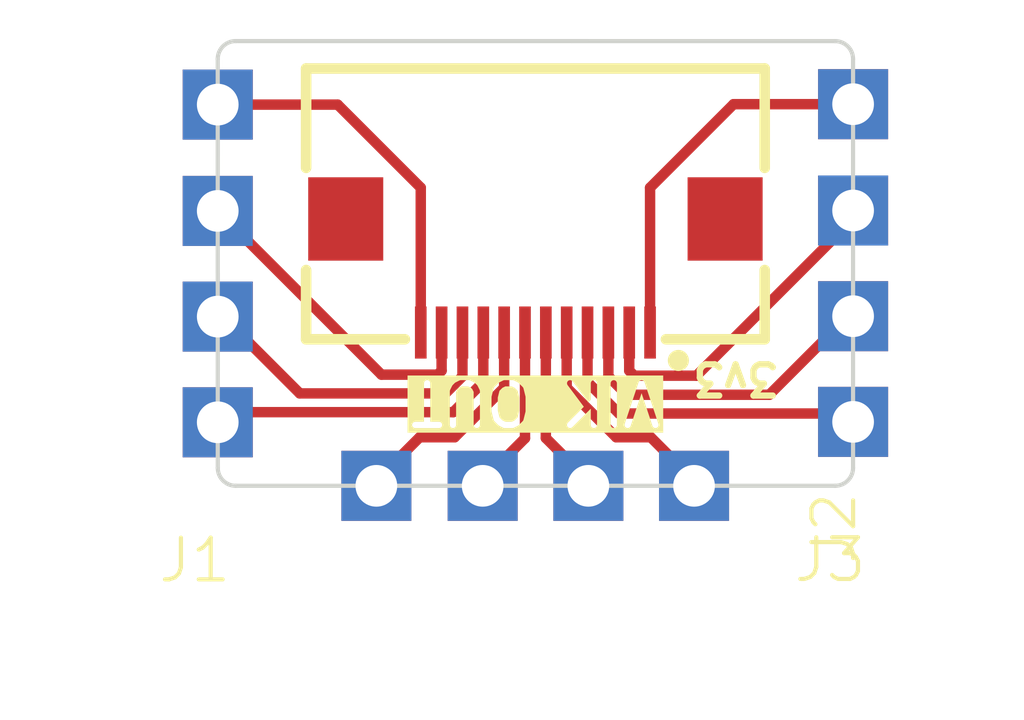
<source format=kicad_pcb>
(kicad_pcb (version 20240108) (generator "pcbnew") (generator_version "8.0")
  (layers (0 "F.Cu" signal) (31 "B.Cu" signal) (34 "B.Paste" user) (35 "F.Paste" user) (36 "B.SilkS" user "B.Silkscreen") (37 "F.SilkS" user "F.Silkscreen") (38 "B.Mask" user) (39 "F.Mask" user) (44 "Edge.Cuts" user))
  (net 0 "")
  (net 1 "SCLK")
  (net 2 "MISO")
  (net 3 "SPI_CS")
  (net 4 "GP_AD2")
  (net 5 "MOSI")
  (net 6 "GP_AD1")
  (net 7 "+5V")
  (net 8 "RGB_DO")
  (net 9 "+3V3")
  (net 10 "GND")
  (net 11 "SDA")
  (net 12 "SCL")
  (footprint "vik:Castellated2.54.01x04" (layer "F.Cu") (at 162.555 102.658 90)
    (property "Reference" "J2" (at -0.466 -0.4522 90) (layer "F.SilkS") (effects (font (thickness 0.1))))
    (property "Value" "Conn_01x04")
    (pad "1" thru_hole rect (at 0.55 -11.43 90) (size 1.68 1.68) (drill 1) (layers "*.Cu" "*.Mask") (net 5 "MOSI"))
    (pad "2" thru_hole rect (at 0.55 -8.88 90) (size 1.68 1.68) (drill 1) (layers "*.Cu" "*.Mask") (net 6 "GP_AD1"))
    (pad "3" thru_hole rect (at 0.55 -6.345 90) (size 1.68 1.68) (drill 1) (layers "*.Cu" "*.Mask") (net 7 "+5V"))
    (pad "4" thru_hole rect (at 0.55 -3.81 90) (size 1.68 1.68) (drill 1) (layers "*.Cu" "*.Mask") (net 8 "RGB_DO"))
  )
  (footprint "vik:vik-keyboard-connector-horizontal" (layer "F.Cu") (at 154.94 96.393 180)
    (property "Reference" "J4" (hide yes))
    (property "Value" "~")
    (fp_line (start 5.5 4.295) (end 5.5 1.912) (stroke (width 0.254)) (layer "F.SilkS"))
    (fp_line (start 5.5 4.295) (end -5.5 4.295) (stroke (width 0.254)) (layer "F.SilkS"))
    (fp_line (start 5.5 -0.539) (end 5.5 -2.2) (stroke (width 0.254)) (layer "F.SilkS"))
    (fp_line (start 5.5 -2.2) (end 3.131 -2.2) (stroke (width 0.254)) (layer "F.SilkS"))
    (fp_line (start -5.5 4.295) (end -5.5 1.912) (stroke (width 0.254)) (layer "F.SilkS"))
    (fp_line (start -5.5 -0.539) (end -5.5 -2.2) (stroke (width 0.254)) (layer "F.SilkS"))
    (fp_line (start -5.5 -2.2) (end -3.131 -2.2) (stroke (width 0.254)) (layer "F.SilkS"))
    (fp_circle (center -3.429 -2.708) (end -3.302 -2.708) (stroke (width 0.254)) (fill none) (layer "F.SilkS"))
    (fp_text user "VIK OUT" (at -3.0734 -3.1242 180) (layer "F.SilkS" knockout) (effects (justify left bottom)))
    (fp_text user "3v3" (at -5.9 -2.7 180) (layer "F.SilkS") (effects (font (size 0.75 0.75)) (justify left bottom)))
    (pad "1" smd rect (at -2.75 -2.038 180) (size 0.28 1.25) (layers "F.Cu" "F.Paste" "F.Mask") (net 9 "+3V3"))
    (pad "2" smd rect (at -2.25 -2.038 180) (size 0.28 1.25) (layers "F.Cu" "F.Paste" "F.Mask") (net 10 "GND"))
    (pad "3" smd rect (at -1.75 -2.038 180) (size 0.28 1.25) (layers "F.Cu" "F.Paste" "F.Mask") (net 11 "SDA"))
    (pad "4" smd rect (at -1.25 -2.038 180) (size 0.28 1.25) (layers "F.Cu" "F.Paste" "F.Mask") (net 12 "SCL"))
    (pad "5" smd rect (at -0.75 -2.038 180) (size 0.28 1.25) (layers "F.Cu" "F.Paste" "F.Mask") (net 8 "RGB_DO"))
    (pad "6" smd rect (at -0.25 -2.038 180) (size 0.28 1.25) (layers "F.Cu" "F.Paste" "F.Mask") (net 7 "+5V"))
    (pad "7" smd rect (at 0.25 -2.038 180) (size 0.28 1.25) (layers "F.Cu" "F.Paste" "F.Mask") (net 6 "GP_AD1"))
    (pad "8" smd rect (at 0.75 -2.038 180) (size 0.28 1.25) (layers "F.Cu" "F.Paste" "F.Mask") (net 5 "MOSI"))
    (pad "9" smd rect (at 1.25 -2.038 180) (size 0.28 1.25) (layers "F.Cu" "F.Paste" "F.Mask") (net 4 "GP_AD2"))
    (pad "10" smd rect (at 1.75 -2.038 180) (size 0.28 1.25) (layers "F.Cu" "F.Paste" "F.Mask") (net 3 "SPI_CS"))
    (pad "11" smd rect (at 2.25 -2.038 180) (size 0.28 1.25) (layers "F.Cu" "F.Paste" "F.Mask") (net 2 "MISO"))
    (pad "12" smd rect (at 2.75 -2.038 180) (size 0.28 1.25) (layers "F.Cu" "F.Paste" "F.Mask") (net 1 "SCLK"))
    (pad "13" smd rect (at 4.55 0.686 180) (size 1.8 2) (layers "F.Cu" "F.Paste" "F.Mask"))
    (pad "14" smd rect (at -4.55 0.686 180) (size 1.8 2) (layers "F.Cu" "F.Paste" "F.Mask"))
  )
  (footprint "vik:Castellated2.54.01x04" (layer "F.Cu") (at 162.01 104.384)
    (property "Reference" "J3" (at 0 -0.5 0) (layer "F.SilkS") (effects (font (thickness 0.1))))
    (property "Value" "Conn_01x04")
    (pad "1" thru_hole rect (at 0.55 -11.43) (size 1.68 1.68) (drill 1) (layers "*.Cu" "*.Mask") (net 9 "+3V3"))
    (pad "2" thru_hole rect (at 0.55 -8.88) (size 1.68 1.68) (drill 1) (layers "*.Cu" "*.Mask") (net 10 "GND"))
    (pad "3" thru_hole rect (at 0.55 -6.345) (size 1.68 1.68) (drill 1) (layers "*.Cu" "*.Mask") (net 11 "SDA"))
    (pad "4" thru_hole rect (at 0.55 -3.81) (size 1.68 1.68) (drill 1) (layers "*.Cu" "*.Mask") (net 12 "SCL"))
  )
  (footprint "vik:Castellated2.54.01x04" (layer "F.Cu") (at 146.77 104.394)
    (property "Reference" "J1" (at 0 -0.5 0) (layer "F.SilkS") (effects (font (thickness 0.1))))
    (property "Value" "Conn_01x04")
    (pad "1" thru_hole rect (at 0.55 -11.43) (size 1.68 1.68) (drill 1) (layers "*.Cu" "*.Mask") (net 1 "SCLK"))
    (pad "2" thru_hole rect (at 0.55 -8.88) (size 1.68 1.68) (drill 1) (layers "*.Cu" "*.Mask") (net 2 "MISO"))
    (pad "3" thru_hole rect (at 0.55 -6.345) (size 1.68 1.68) (drill 1) (layers "*.Cu" "*.Mask") (net 3 "SPI_CS"))
    (pad "4" thru_hole rect (at 0.55 -3.81) (size 1.68 1.68) (drill 1) (layers "*.Cu" "*.Mask") (net 4 "GP_AD2"))
  )
  (gr_arc (start 147.32 91.870116) (mid 147.445978 91.565978) (end 147.750116 91.44) (stroke (width 0.1)) (layer "Edge.Cuts"))
  (gr_arc (start 147.751138 102.106978) (mid 147.447 101.981) (end 147.321022 101.676862) (stroke (width 0.1)) (layer "Edge.Cuts"))
  (gr_arc (start 162.558978 101.676862) (mid 162.433 101.981) (end 162.128862 102.106978) (stroke (width 0.1)) (layer "Edge.Cuts"))
  (gr_line (start 162.128862 91.441022) (end 147.750116 91.44) (stroke (width 0.1)) (layer "Edge.Cuts"))
  (gr_arc (start 162.128862 91.441022) (mid 162.433 91.567) (end 162.558978 91.871138) (stroke (width 0.1)) (layer "Edge.Cuts"))
  (gr_line (start 147.32 91.870116) (end 147.321022 101.676862) (stroke (width 0.1)) (layer "Edge.Cuts"))
  (gr_line (start 147.751138 102.106978) (end 162.128862 102.106978) (stroke (width 0.1)) (layer "Edge.Cuts"))
  (gr_line (start 162.558978 101.676862) (end 162.558978 91.871138) (stroke (width 0.1)) (layer "Edge.Cuts"))
  (segment (start 150.197 92.964) (end 147.445114 92.964) (width 0.25) (layer "F.Cu") (net 1))
  (segment (start 152.19 94.957) (end 150.197 92.964) (width 0.25) (layer "F.Cu") (net 1))
  (segment (start 152.19 98.431) (end 152.19 94.957) (width 0.25) (layer "F.Cu") (net 1))
  (segment (start 152.595 99.441) (end 151.247 99.441) (width 0.25) (layer "F.Cu") (net 2))
  (segment (start 152.69 98.431) (end 152.69 99.346) (width 0.25) (layer "F.Cu") (net 2))
  (segment (start 151.247 99.441) (end 147.445393 95.639393) (width 0.25) (layer "F.Cu") (net 2))
  (segment (start 147.445393 95.639393) (end 147.44538 95.513987) (width 0.25) (layer "F.Cu") (net 2))
  (segment (start 152.69 99.346) (end 152.595 99.441) (width 0.25) (layer "F.Cu") (net 2))
  (segment (start 153.19 99.482396) (end 152.781396 99.891) (width 0.25) (layer "F.Cu") (net 3))
  (segment (start 149.287644 99.891) (end 147.445644 98.049) (width 0.25) (layer "F.Cu") (net 3))
  (segment (start 152.781396 99.891) (end 149.287644 99.891) (width 0.25) (layer "F.Cu") (net 3))
  (segment (start 153.19 98.431) (end 153.19 99.482396) (width 0.25) (layer "F.Cu") (net 3))
  (segment (start 147.445895 100.458105) (end 147.445908 100.583987) (width 0.25) (layer "F.Cu") (net 4))
  (segment (start 153.69 99.618792) (end 152.967792 100.341) (width 0.25) (layer "F.Cu") (net 4))
  (segment (start 147.563 100.341) (end 147.445895 100.458105) (width 0.25) (layer "F.Cu") (net 4))
  (segment (start 153.69 98.431) (end 153.69 99.618792) (width 0.25) (layer "F.Cu") (net 4))
  (segment (start 152.967792 100.341) (end 147.563 100.341) (width 0.25) (layer "F.Cu") (net 4))
  (segment (start 154.19 99.755188) (end 153.002188 100.943) (width 0.25) (layer "F.Cu") (net 5))
  (segment (start 154.19 98.431) (end 154.19 99.755188) (width 0.25) (layer "F.Cu") (net 5))
  (segment (start 153.002188 100.943) (end 152.163978 100.943) (width 0.25) (layer "F.Cu") (net 5))
  (segment (start 152.163978 100.943) (end 151.125 101.981978) (width 0.25) (layer "F.Cu") (net 5))
  (segment (start 154.69 100.966978) (end 153.675 101.981978) (width 0.25) (layer "F.Cu") (net 6))
  (segment (start 154.69 98.431) (end 154.69 100.966978) (width 0.25) (layer "F.Cu") (net 6))
  (segment (start 155.19 98.431) (end 155.19 100.961978) (width 0.25) (layer "F.Cu") (net 7))
  (segment (start 155.19 100.961978) (end 156.21 101.981978) (width 0.25) (layer "F.Cu") (net 7))
  (segment (start 157.706022 100.943) (end 158.745 101.981978) (width 0.25) (layer "F.Cu") (net 8))
  (segment (start 155.69 99.755188) (end 156.877812 100.943) (width 0.25) (layer "F.Cu") (net 8))
  (segment (start 156.877812 100.943) (end 157.706022 100.943) (width 0.25) (layer "F.Cu") (net 8))
  (segment (start 155.69 98.431) (end 155.69 99.755188) (width 0.25) (layer "F.Cu") (net 8))
  (segment (start 157.69 94.957) (end 159.693 92.954) (width 0.25) (layer "F.Cu") (net 9))
  (segment (start 159.693 92.954) (end 162.433978 92.954) (width 0.25) (layer "F.Cu") (net 9))
  (segment (start 157.69 98.431) (end 157.69 94.957) (width 0.25) (layer "F.Cu") (net 9))
  (segment (start 162.433978 95.835022) (end 162.433978 95.504) (width 0.25) (layer "F.Cu") (net 10))
  (segment (start 157.19 98.431) (end 157.19 99.346) (width 0.25) (layer "F.Cu") (net 10))
  (segment (start 158.8026 99.4664) (end 162.433978 95.835022) (width 0.25) (layer "F.Cu") (net 10))
  (segment (start 157.3104 99.4664) (end 158.8026 99.4664) (width 0.25) (layer "F.Cu") (net 10))
  (segment (start 157.19 99.346) (end 157.3104 99.4664) (width 0.25) (layer "F.Cu") (net 10))
  (segment (start 156.69 98.431) (end 156.69 99.482396) (width 0.25) (layer "F.Cu") (net 11))
  (segment (start 157.131204 99.9236) (end 160.549378 99.9236) (width 0.25) (layer "F.Cu") (net 11))
  (segment (start 156.69 99.482396) (end 157.131204 99.9236) (width 0.25) (layer "F.Cu") (net 11))
  (segment (start 160.549378 99.9236) (end 162.433978 98.039) (width 0.25) (layer "F.Cu") (net 11))
  (segment (start 156.19 99.618792) (end 156.944808 100.3736) (width 0.25) (layer "F.Cu") (net 12))
  (segment (start 156.19 98.431) (end 156.19 99.618792) (width 0.25) (layer "F.Cu") (net 12))
  (segment (start 156.944808 100.3736) (end 162.3596 100.3736) (width 0.25) (layer "F.Cu") (net 12))
  (segment (start 162.3596 100.3736) (end 162.433978 100.447978) (width 0.25) (layer "F.Cu") (net 12))
  (segment (start 162.433978 100.447978) (end 162.433978 100.574) (width 0.25) (layer "F.Cu") (net 12))
)
</source>
